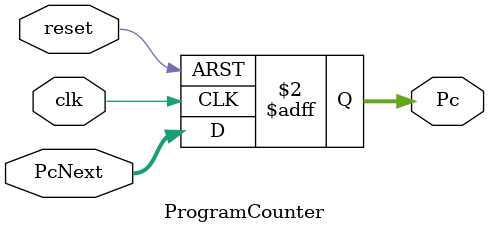
<source format=sv>
module ProgramCounter(
    input logic clk,            // Señal de reloj
    input logic reset,          // Señal de reset
    input logic [31:0] PcNext,  // Proxima direccion de memoria
    output logic [31:0] Pc      // Direccion de memoria actual
);

    always_ff @(posedge clk or posedge reset) begin
        if (reset)
            Pc <= 32'b0;
        else
            Pc <= PcNext;
    end
endmodule
</source>
